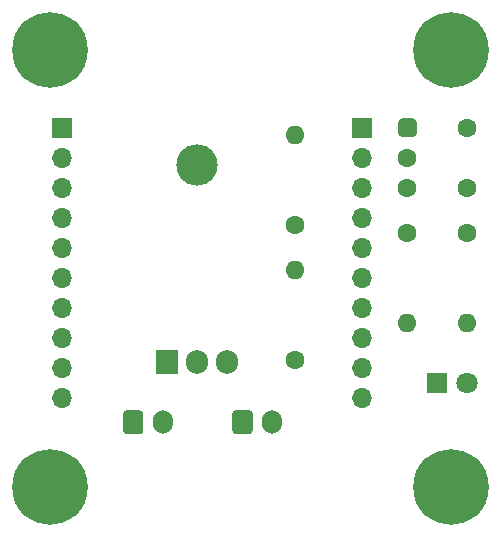
<source format=gbr>
%TF.GenerationSoftware,KiCad,Pcbnew,(5.1.9)-1*%
%TF.CreationDate,2022-07-09T16:18:15+09:00*%
%TF.ProjectId,Transmitter,5472616e-736d-4697-9474-65722e6b6963,rev?*%
%TF.SameCoordinates,Original*%
%TF.FileFunction,Soldermask,Top*%
%TF.FilePolarity,Negative*%
%FSLAX46Y46*%
G04 Gerber Fmt 4.6, Leading zero omitted, Abs format (unit mm)*
G04 Created by KiCad (PCBNEW (5.1.9)-1) date 2022-07-09 16:18:15*
%MOMM*%
%LPD*%
G01*
G04 APERTURE LIST*
%ADD10O,1.700000X2.000000*%
%ADD11R,1.700000X1.700000*%
%ADD12O,1.700000X1.700000*%
%ADD13C,1.600000*%
%ADD14O,1.600000X1.600000*%
%ADD15R,1.800000X1.800000*%
%ADD16C,1.800000*%
%ADD17C,6.400000*%
%ADD18C,0.800000*%
%ADD19O,3.500000X3.500000*%
%ADD20R,1.905000X2.000000*%
%ADD21O,1.905000X2.000000*%
G04 APERTURE END LIST*
%TO.C,J6*%
G36*
G01*
X146470000Y-108240000D02*
X146470000Y-106740000D01*
G75*
G02*
X146720000Y-106490000I250000J0D01*
G01*
X147920000Y-106490000D01*
G75*
G02*
X148170000Y-106740000I0J-250000D01*
G01*
X148170000Y-108240000D01*
G75*
G02*
X147920000Y-108490000I-250000J0D01*
G01*
X146720000Y-108490000D01*
G75*
G02*
X146470000Y-108240000I0J250000D01*
G01*
G37*
D10*
X149820000Y-107490000D03*
%TD*%
D11*
%TO.C,J3*%
X132080000Y-82550000D03*
D12*
X132080000Y-85090000D03*
X132080000Y-87630000D03*
X132080000Y-90170000D03*
X132080000Y-92710000D03*
X132080000Y-95250000D03*
X132080000Y-97790000D03*
X132080000Y-100330000D03*
X132080000Y-102870000D03*
X132080000Y-105410000D03*
%TD*%
%TO.C,J4*%
X157480000Y-105410000D03*
X157480000Y-102870000D03*
X157480000Y-100330000D03*
X157480000Y-97790000D03*
X157480000Y-95250000D03*
X157480000Y-92710000D03*
X157480000Y-90170000D03*
X157480000Y-87630000D03*
X157480000Y-85090000D03*
D11*
X157480000Y-82550000D03*
%TD*%
%TO.C,J5*%
G36*
G01*
X137220000Y-108240000D02*
X137220000Y-106740000D01*
G75*
G02*
X137470000Y-106490000I250000J0D01*
G01*
X138670000Y-106490000D01*
G75*
G02*
X138920000Y-106740000I0J-250000D01*
G01*
X138920000Y-108240000D01*
G75*
G02*
X138670000Y-108490000I-250000J0D01*
G01*
X137470000Y-108490000D01*
G75*
G02*
X137220000Y-108240000I0J250000D01*
G01*
G37*
D10*
X140570000Y-107490000D03*
%TD*%
D13*
%TO.C,SW1*%
X166370000Y-87630000D03*
X166370000Y-82550000D03*
G36*
G01*
X162090000Y-82150000D02*
X162090000Y-82950000D01*
G75*
G02*
X161690000Y-83350000I-400000J0D01*
G01*
X160890000Y-83350000D01*
G75*
G02*
X160490000Y-82950000I0J400000D01*
G01*
X160490000Y-82150000D01*
G75*
G02*
X160890000Y-81750000I400000J0D01*
G01*
X161690000Y-81750000D01*
G75*
G02*
X162090000Y-82150000I0J-400000D01*
G01*
G37*
X161290000Y-85090000D03*
X161290000Y-87630000D03*
%TD*%
%TO.C,R1*%
X151765000Y-90805000D03*
D14*
X151765000Y-83185000D03*
%TD*%
D13*
%TO.C,R2*%
X151765000Y-102235000D03*
D14*
X151765000Y-94615000D03*
%TD*%
D13*
%TO.C,R3*%
X166370000Y-91440000D03*
D14*
X166370000Y-99060000D03*
%TD*%
D15*
%TO.C,D1*%
X163830000Y-104140000D03*
D16*
X166370000Y-104140000D03*
%TD*%
D17*
%TO.C,H1*%
X131000000Y-76000000D03*
D18*
X133400000Y-76000000D03*
X132697056Y-77697056D03*
X131000000Y-78400000D03*
X129302944Y-77697056D03*
X128600000Y-76000000D03*
X129302944Y-74302944D03*
X131000000Y-73600000D03*
X132697056Y-74302944D03*
%TD*%
%TO.C,H2*%
X132697056Y-111302944D03*
X131000000Y-110600000D03*
X129302944Y-111302944D03*
X128600000Y-113000000D03*
X129302944Y-114697056D03*
X131000000Y-115400000D03*
X132697056Y-114697056D03*
X133400000Y-113000000D03*
D17*
X131000000Y-113000000D03*
%TD*%
%TO.C,H3*%
X165000000Y-113000000D03*
D18*
X167400000Y-113000000D03*
X166697056Y-114697056D03*
X165000000Y-115400000D03*
X163302944Y-114697056D03*
X162600000Y-113000000D03*
X163302944Y-111302944D03*
X165000000Y-110600000D03*
X166697056Y-111302944D03*
%TD*%
%TO.C,H4*%
X166697056Y-74302944D03*
X165000000Y-73600000D03*
X163302944Y-74302944D03*
X162600000Y-76000000D03*
X163302944Y-77697056D03*
X165000000Y-78400000D03*
X166697056Y-77697056D03*
X167400000Y-76000000D03*
D17*
X165000000Y-76000000D03*
%TD*%
D13*
%TO.C,R4*%
X161290000Y-91440000D03*
D14*
X161290000Y-99060000D03*
%TD*%
D19*
%TO.C,U1*%
X143510000Y-85725000D03*
D20*
X140970000Y-102385000D03*
D21*
X143510000Y-102385000D03*
X146050000Y-102385000D03*
%TD*%
M02*

</source>
